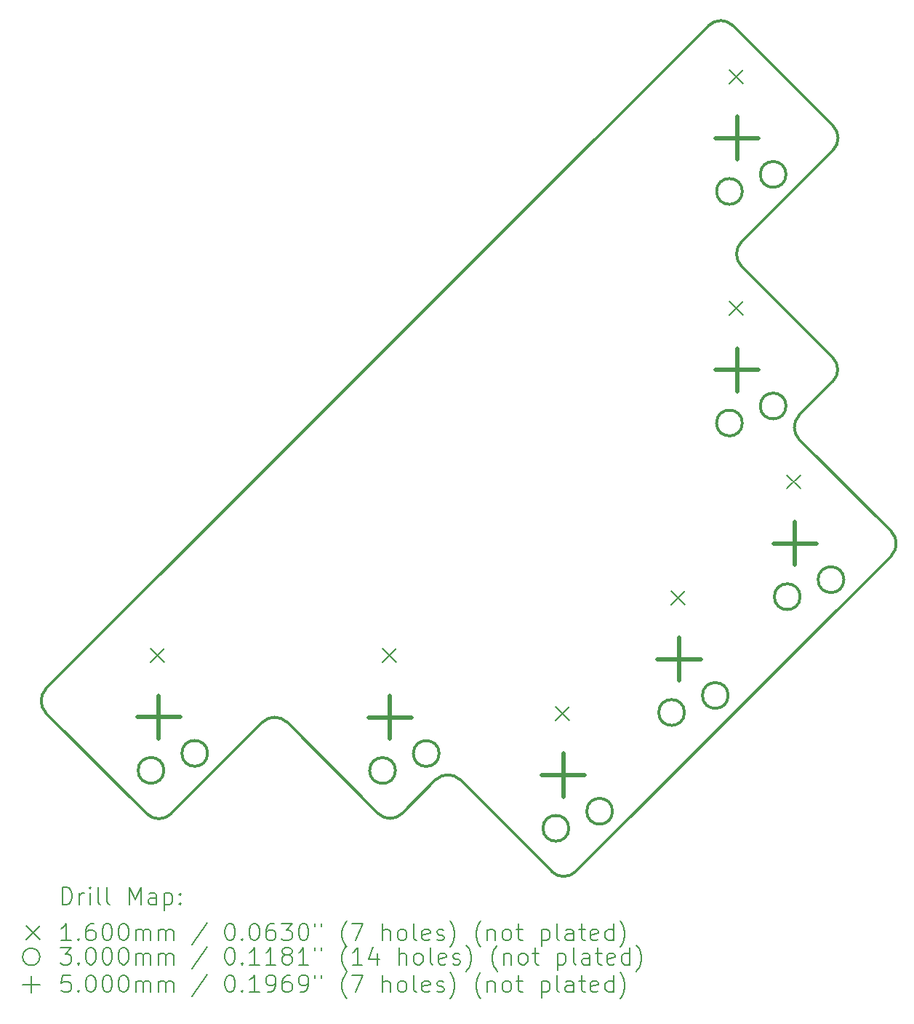
<source format=gbr>
%TF.GenerationSoftware,KiCad,Pcbnew,8.0.5*%
%TF.CreationDate,2024-09-18T07:32:04+09:00*%
%TF.ProjectId,SandyLP_Middle,53616e64-794c-4505-9f4d-6964646c652e,v.0*%
%TF.SameCoordinates,Original*%
%TF.FileFunction,Drillmap*%
%TF.FilePolarity,Positive*%
%FSLAX45Y45*%
G04 Gerber Fmt 4.5, Leading zero omitted, Abs format (unit mm)*
G04 Created by KiCad (PCBNEW 8.0.5) date 2024-09-18 07:32:04*
%MOMM*%
%LPD*%
G01*
G04 APERTURE LIST*
%ADD10C,0.300000*%
%ADD11C,0.200000*%
%ADD12C,0.160000*%
%ADD13C,0.500000*%
G04 APERTURE END LIST*
D10*
X11836527Y-9889275D02*
X10664056Y-8716804D01*
X12119370Y-9889275D02*
X13184273Y-8824373D01*
X14527776Y-9885033D02*
X13467116Y-8824373D01*
X14810618Y-9885033D02*
X15201295Y-9494356D01*
X16550101Y-10560320D02*
X15484138Y-9494356D01*
X16832944Y-10560320D02*
X20504298Y-6888370D01*
X20504298Y-6605527D02*
X19434334Y-5535563D01*
X19434334Y-5252721D02*
X19822536Y-4863105D01*
X19822536Y-4580262D02*
X18761335Y-3519062D01*
X18761335Y-3236219D02*
X19826945Y-2169195D01*
X18377884Y-720133D02*
X10664056Y-8433961D01*
X19826945Y-1886352D02*
X18660727Y-720133D01*
X10664056Y-8716804D02*
G75*
G02*
X10664056Y-8433961I141421J141421D01*
G01*
X12119370Y-9889275D02*
G75*
G02*
X11836527Y-9889276I-141421J141421D01*
G01*
X13184273Y-8824373D02*
G75*
G02*
X13467115Y-8824373I141421J-141421D01*
G01*
X14810618Y-9885033D02*
G75*
G02*
X14527776Y-9885033I-141421J141421D01*
G01*
X15201295Y-9494356D02*
G75*
G02*
X15484138Y-9494356I141421J-141421D01*
G01*
X16832944Y-10560320D02*
G75*
G02*
X16550101Y-10560320I-141421J141421D01*
G01*
X19434334Y-5535563D02*
G75*
G02*
X19434336Y-5252723I141409J141420D01*
G01*
X20504298Y-6605527D02*
G75*
G02*
X20504298Y-6888370I-141423J-141422D01*
G01*
X18761335Y-3519062D02*
G75*
G02*
X18761335Y-3236219I141421J141422D01*
G01*
X19822536Y-4580262D02*
G75*
G02*
X19822538Y-4863107I-141434J-141423D01*
G01*
X18377884Y-720133D02*
G75*
G02*
X18660726Y-720134I141421J-141421D01*
G01*
X19826945Y-1886352D02*
G75*
G02*
X19826945Y-2169195I-141419J-141421D01*
G01*
D11*
D12*
X11882749Y-7968326D02*
X12042749Y-8128326D01*
X12042749Y-7968326D02*
X11882749Y-8128326D01*
X14578596Y-7970096D02*
X14738596Y-8130096D01*
X14738596Y-7970096D02*
X14578596Y-8130096D01*
X16597383Y-8641845D02*
X16757383Y-8801845D01*
X16757383Y-8641845D02*
X16597383Y-8801845D01*
X17944422Y-7294806D02*
X18104422Y-7454806D01*
X18104422Y-7294806D02*
X17944422Y-7454806D01*
X18617941Y-1233134D02*
X18777941Y-1393134D01*
X18777941Y-1233134D02*
X18617941Y-1393134D01*
X18617941Y-3927210D02*
X18777941Y-4087210D01*
X18777941Y-3927210D02*
X18617941Y-4087210D01*
X19291460Y-5947768D02*
X19451460Y-6107768D01*
X19451460Y-5947768D02*
X19291460Y-6107768D01*
D10*
X12034967Y-9384758D02*
G75*
G02*
X11734967Y-9384758I-150000J0D01*
G01*
X11734967Y-9384758D02*
G75*
G02*
X12034967Y-9384758I150000J0D01*
G01*
X12544084Y-9186768D02*
G75*
G02*
X12244084Y-9186768I-150000J0D01*
G01*
X12244084Y-9186768D02*
G75*
G02*
X12544084Y-9186768I150000J0D01*
G01*
X14730814Y-9386528D02*
G75*
G02*
X14430814Y-9386528I-150000J0D01*
G01*
X14430814Y-9386528D02*
G75*
G02*
X14730814Y-9386528I150000J0D01*
G01*
X15239931Y-9188538D02*
G75*
G02*
X14939931Y-9188538I-150000J0D01*
G01*
X14939931Y-9188538D02*
G75*
G02*
X15239931Y-9188538I150000J0D01*
G01*
X16749601Y-10058277D02*
G75*
G02*
X16449601Y-10058277I-150000J0D01*
G01*
X16449601Y-10058277D02*
G75*
G02*
X16749601Y-10058277I150000J0D01*
G01*
X17258718Y-9860287D02*
G75*
G02*
X16958718Y-9860287I-150000J0D01*
G01*
X16958718Y-9860287D02*
G75*
G02*
X17258718Y-9860287I150000J0D01*
G01*
X18096640Y-8711238D02*
G75*
G02*
X17796640Y-8711238I-150000J0D01*
G01*
X17796640Y-8711238D02*
G75*
G02*
X18096640Y-8711238I150000J0D01*
G01*
X18605757Y-8513248D02*
G75*
G02*
X18305757Y-8513248I-150000J0D01*
G01*
X18305757Y-8513248D02*
G75*
G02*
X18605757Y-8513248I150000J0D01*
G01*
X18770159Y-2649565D02*
G75*
G02*
X18470159Y-2649565I-150000J0D01*
G01*
X18470159Y-2649565D02*
G75*
G02*
X18770159Y-2649565I150000J0D01*
G01*
X18770159Y-5343642D02*
G75*
G02*
X18470159Y-5343642I-150000J0D01*
G01*
X18470159Y-5343642D02*
G75*
G02*
X18770159Y-5343642I150000J0D01*
G01*
X19279276Y-2451576D02*
G75*
G02*
X18979276Y-2451576I-150000J0D01*
G01*
X18979276Y-2451576D02*
G75*
G02*
X19279276Y-2451576I150000J0D01*
G01*
X19279276Y-5145652D02*
G75*
G02*
X18979276Y-5145652I-150000J0D01*
G01*
X18979276Y-5145652D02*
G75*
G02*
X19279276Y-5145652I150000J0D01*
G01*
X19443678Y-7364200D02*
G75*
G02*
X19143678Y-7364200I-150000J0D01*
G01*
X19143678Y-7364200D02*
G75*
G02*
X19443678Y-7364200I150000J0D01*
G01*
X19952795Y-7166210D02*
G75*
G02*
X19652795Y-7166210I-150000J0D01*
G01*
X19652795Y-7166210D02*
G75*
G02*
X19952795Y-7166210I150000J0D01*
G01*
D13*
X11973355Y-8516039D02*
X11973355Y-9016039D01*
X11723355Y-8766039D02*
X12223355Y-8766039D01*
X14669203Y-8517810D02*
X14669203Y-9017810D01*
X14419203Y-8767810D02*
X14919203Y-8767810D01*
X16687990Y-9189558D02*
X16687990Y-9689558D01*
X16437990Y-9439558D02*
X16937990Y-9439558D01*
X18035028Y-7842520D02*
X18035028Y-8342520D01*
X17785028Y-8092520D02*
X18285028Y-8092520D01*
X18708547Y-1780847D02*
X18708547Y-2280847D01*
X18458547Y-2030847D02*
X18958547Y-2030847D01*
X18708547Y-4474924D02*
X18708547Y-4974924D01*
X18458547Y-4724924D02*
X18958547Y-4724924D01*
X19382067Y-6495481D02*
X19382067Y-6995481D01*
X19132067Y-6745481D02*
X19632067Y-6745481D01*
D11*
X10851254Y-10945382D02*
X10851254Y-10745382D01*
X10851254Y-10745382D02*
X10898873Y-10745382D01*
X10898873Y-10745382D02*
X10927445Y-10754906D01*
X10927445Y-10754906D02*
X10946492Y-10773954D01*
X10946492Y-10773954D02*
X10956016Y-10793001D01*
X10956016Y-10793001D02*
X10965540Y-10831097D01*
X10965540Y-10831097D02*
X10965540Y-10859668D01*
X10965540Y-10859668D02*
X10956016Y-10897763D01*
X10956016Y-10897763D02*
X10946492Y-10916811D01*
X10946492Y-10916811D02*
X10927445Y-10935859D01*
X10927445Y-10935859D02*
X10898873Y-10945382D01*
X10898873Y-10945382D02*
X10851254Y-10945382D01*
X11051254Y-10945382D02*
X11051254Y-10812049D01*
X11051254Y-10850144D02*
X11060778Y-10831097D01*
X11060778Y-10831097D02*
X11070302Y-10821573D01*
X11070302Y-10821573D02*
X11089349Y-10812049D01*
X11089349Y-10812049D02*
X11108397Y-10812049D01*
X11175064Y-10945382D02*
X11175064Y-10812049D01*
X11175064Y-10745382D02*
X11165540Y-10754906D01*
X11165540Y-10754906D02*
X11175064Y-10764430D01*
X11175064Y-10764430D02*
X11184587Y-10754906D01*
X11184587Y-10754906D02*
X11175064Y-10745382D01*
X11175064Y-10745382D02*
X11175064Y-10764430D01*
X11298873Y-10945382D02*
X11279825Y-10935859D01*
X11279825Y-10935859D02*
X11270302Y-10916811D01*
X11270302Y-10916811D02*
X11270302Y-10745382D01*
X11403635Y-10945382D02*
X11384587Y-10935859D01*
X11384587Y-10935859D02*
X11375063Y-10916811D01*
X11375063Y-10916811D02*
X11375063Y-10745382D01*
X11632206Y-10945382D02*
X11632206Y-10745382D01*
X11632206Y-10745382D02*
X11698873Y-10888239D01*
X11698873Y-10888239D02*
X11765540Y-10745382D01*
X11765540Y-10745382D02*
X11765540Y-10945382D01*
X11946492Y-10945382D02*
X11946492Y-10840620D01*
X11946492Y-10840620D02*
X11936968Y-10821573D01*
X11936968Y-10821573D02*
X11917921Y-10812049D01*
X11917921Y-10812049D02*
X11879825Y-10812049D01*
X11879825Y-10812049D02*
X11860778Y-10821573D01*
X11946492Y-10935859D02*
X11927444Y-10945382D01*
X11927444Y-10945382D02*
X11879825Y-10945382D01*
X11879825Y-10945382D02*
X11860778Y-10935859D01*
X11860778Y-10935859D02*
X11851254Y-10916811D01*
X11851254Y-10916811D02*
X11851254Y-10897763D01*
X11851254Y-10897763D02*
X11860778Y-10878716D01*
X11860778Y-10878716D02*
X11879825Y-10869192D01*
X11879825Y-10869192D02*
X11927444Y-10869192D01*
X11927444Y-10869192D02*
X11946492Y-10859668D01*
X12041730Y-10812049D02*
X12041730Y-11012049D01*
X12041730Y-10821573D02*
X12060778Y-10812049D01*
X12060778Y-10812049D02*
X12098873Y-10812049D01*
X12098873Y-10812049D02*
X12117921Y-10821573D01*
X12117921Y-10821573D02*
X12127444Y-10831097D01*
X12127444Y-10831097D02*
X12136968Y-10850144D01*
X12136968Y-10850144D02*
X12136968Y-10907287D01*
X12136968Y-10907287D02*
X12127444Y-10926335D01*
X12127444Y-10926335D02*
X12117921Y-10935859D01*
X12117921Y-10935859D02*
X12098873Y-10945382D01*
X12098873Y-10945382D02*
X12060778Y-10945382D01*
X12060778Y-10945382D02*
X12041730Y-10935859D01*
X12222683Y-10926335D02*
X12232206Y-10935859D01*
X12232206Y-10935859D02*
X12222683Y-10945382D01*
X12222683Y-10945382D02*
X12213159Y-10935859D01*
X12213159Y-10935859D02*
X12222683Y-10926335D01*
X12222683Y-10926335D02*
X12222683Y-10945382D01*
X12222683Y-10821573D02*
X12232206Y-10831097D01*
X12232206Y-10831097D02*
X12222683Y-10840620D01*
X12222683Y-10840620D02*
X12213159Y-10831097D01*
X12213159Y-10831097D02*
X12222683Y-10821573D01*
X12222683Y-10821573D02*
X12222683Y-10840620D01*
D12*
X10430477Y-11193898D02*
X10590477Y-11353898D01*
X10590477Y-11193898D02*
X10430477Y-11353898D01*
D11*
X10956016Y-11365382D02*
X10841730Y-11365382D01*
X10898873Y-11365382D02*
X10898873Y-11165382D01*
X10898873Y-11165382D02*
X10879825Y-11193954D01*
X10879825Y-11193954D02*
X10860778Y-11213001D01*
X10860778Y-11213001D02*
X10841730Y-11222525D01*
X11041730Y-11346335D02*
X11051254Y-11355858D01*
X11051254Y-11355858D02*
X11041730Y-11365382D01*
X11041730Y-11365382D02*
X11032206Y-11355858D01*
X11032206Y-11355858D02*
X11041730Y-11346335D01*
X11041730Y-11346335D02*
X11041730Y-11365382D01*
X11222683Y-11165382D02*
X11184587Y-11165382D01*
X11184587Y-11165382D02*
X11165540Y-11174906D01*
X11165540Y-11174906D02*
X11156016Y-11184430D01*
X11156016Y-11184430D02*
X11136968Y-11213001D01*
X11136968Y-11213001D02*
X11127445Y-11251096D01*
X11127445Y-11251096D02*
X11127445Y-11327287D01*
X11127445Y-11327287D02*
X11136968Y-11346335D01*
X11136968Y-11346335D02*
X11146492Y-11355858D01*
X11146492Y-11355858D02*
X11165540Y-11365382D01*
X11165540Y-11365382D02*
X11203635Y-11365382D01*
X11203635Y-11365382D02*
X11222683Y-11355858D01*
X11222683Y-11355858D02*
X11232206Y-11346335D01*
X11232206Y-11346335D02*
X11241730Y-11327287D01*
X11241730Y-11327287D02*
X11241730Y-11279668D01*
X11241730Y-11279668D02*
X11232206Y-11260620D01*
X11232206Y-11260620D02*
X11222683Y-11251096D01*
X11222683Y-11251096D02*
X11203635Y-11241573D01*
X11203635Y-11241573D02*
X11165540Y-11241573D01*
X11165540Y-11241573D02*
X11146492Y-11251096D01*
X11146492Y-11251096D02*
X11136968Y-11260620D01*
X11136968Y-11260620D02*
X11127445Y-11279668D01*
X11365540Y-11165382D02*
X11384587Y-11165382D01*
X11384587Y-11165382D02*
X11403635Y-11174906D01*
X11403635Y-11174906D02*
X11413159Y-11184430D01*
X11413159Y-11184430D02*
X11422683Y-11203477D01*
X11422683Y-11203477D02*
X11432206Y-11241573D01*
X11432206Y-11241573D02*
X11432206Y-11289192D01*
X11432206Y-11289192D02*
X11422683Y-11327287D01*
X11422683Y-11327287D02*
X11413159Y-11346335D01*
X11413159Y-11346335D02*
X11403635Y-11355858D01*
X11403635Y-11355858D02*
X11384587Y-11365382D01*
X11384587Y-11365382D02*
X11365540Y-11365382D01*
X11365540Y-11365382D02*
X11346492Y-11355858D01*
X11346492Y-11355858D02*
X11336968Y-11346335D01*
X11336968Y-11346335D02*
X11327444Y-11327287D01*
X11327444Y-11327287D02*
X11317921Y-11289192D01*
X11317921Y-11289192D02*
X11317921Y-11241573D01*
X11317921Y-11241573D02*
X11327444Y-11203477D01*
X11327444Y-11203477D02*
X11336968Y-11184430D01*
X11336968Y-11184430D02*
X11346492Y-11174906D01*
X11346492Y-11174906D02*
X11365540Y-11165382D01*
X11556016Y-11165382D02*
X11575064Y-11165382D01*
X11575064Y-11165382D02*
X11594111Y-11174906D01*
X11594111Y-11174906D02*
X11603635Y-11184430D01*
X11603635Y-11184430D02*
X11613159Y-11203477D01*
X11613159Y-11203477D02*
X11622683Y-11241573D01*
X11622683Y-11241573D02*
X11622683Y-11289192D01*
X11622683Y-11289192D02*
X11613159Y-11327287D01*
X11613159Y-11327287D02*
X11603635Y-11346335D01*
X11603635Y-11346335D02*
X11594111Y-11355858D01*
X11594111Y-11355858D02*
X11575064Y-11365382D01*
X11575064Y-11365382D02*
X11556016Y-11365382D01*
X11556016Y-11365382D02*
X11536968Y-11355858D01*
X11536968Y-11355858D02*
X11527444Y-11346335D01*
X11527444Y-11346335D02*
X11517921Y-11327287D01*
X11517921Y-11327287D02*
X11508397Y-11289192D01*
X11508397Y-11289192D02*
X11508397Y-11241573D01*
X11508397Y-11241573D02*
X11517921Y-11203477D01*
X11517921Y-11203477D02*
X11527444Y-11184430D01*
X11527444Y-11184430D02*
X11536968Y-11174906D01*
X11536968Y-11174906D02*
X11556016Y-11165382D01*
X11708397Y-11365382D02*
X11708397Y-11232049D01*
X11708397Y-11251096D02*
X11717921Y-11241573D01*
X11717921Y-11241573D02*
X11736968Y-11232049D01*
X11736968Y-11232049D02*
X11765540Y-11232049D01*
X11765540Y-11232049D02*
X11784587Y-11241573D01*
X11784587Y-11241573D02*
X11794111Y-11260620D01*
X11794111Y-11260620D02*
X11794111Y-11365382D01*
X11794111Y-11260620D02*
X11803635Y-11241573D01*
X11803635Y-11241573D02*
X11822683Y-11232049D01*
X11822683Y-11232049D02*
X11851254Y-11232049D01*
X11851254Y-11232049D02*
X11870302Y-11241573D01*
X11870302Y-11241573D02*
X11879825Y-11260620D01*
X11879825Y-11260620D02*
X11879825Y-11365382D01*
X11975064Y-11365382D02*
X11975064Y-11232049D01*
X11975064Y-11251096D02*
X11984587Y-11241573D01*
X11984587Y-11241573D02*
X12003635Y-11232049D01*
X12003635Y-11232049D02*
X12032206Y-11232049D01*
X12032206Y-11232049D02*
X12051254Y-11241573D01*
X12051254Y-11241573D02*
X12060778Y-11260620D01*
X12060778Y-11260620D02*
X12060778Y-11365382D01*
X12060778Y-11260620D02*
X12070302Y-11241573D01*
X12070302Y-11241573D02*
X12089349Y-11232049D01*
X12089349Y-11232049D02*
X12117921Y-11232049D01*
X12117921Y-11232049D02*
X12136968Y-11241573D01*
X12136968Y-11241573D02*
X12146492Y-11260620D01*
X12146492Y-11260620D02*
X12146492Y-11365382D01*
X12536968Y-11155859D02*
X12365540Y-11413001D01*
X12794111Y-11165382D02*
X12813159Y-11165382D01*
X12813159Y-11165382D02*
X12832207Y-11174906D01*
X12832207Y-11174906D02*
X12841730Y-11184430D01*
X12841730Y-11184430D02*
X12851254Y-11203477D01*
X12851254Y-11203477D02*
X12860778Y-11241573D01*
X12860778Y-11241573D02*
X12860778Y-11289192D01*
X12860778Y-11289192D02*
X12851254Y-11327287D01*
X12851254Y-11327287D02*
X12841730Y-11346335D01*
X12841730Y-11346335D02*
X12832207Y-11355858D01*
X12832207Y-11355858D02*
X12813159Y-11365382D01*
X12813159Y-11365382D02*
X12794111Y-11365382D01*
X12794111Y-11365382D02*
X12775064Y-11355858D01*
X12775064Y-11355858D02*
X12765540Y-11346335D01*
X12765540Y-11346335D02*
X12756016Y-11327287D01*
X12756016Y-11327287D02*
X12746492Y-11289192D01*
X12746492Y-11289192D02*
X12746492Y-11241573D01*
X12746492Y-11241573D02*
X12756016Y-11203477D01*
X12756016Y-11203477D02*
X12765540Y-11184430D01*
X12765540Y-11184430D02*
X12775064Y-11174906D01*
X12775064Y-11174906D02*
X12794111Y-11165382D01*
X12946492Y-11346335D02*
X12956016Y-11355858D01*
X12956016Y-11355858D02*
X12946492Y-11365382D01*
X12946492Y-11365382D02*
X12936968Y-11355858D01*
X12936968Y-11355858D02*
X12946492Y-11346335D01*
X12946492Y-11346335D02*
X12946492Y-11365382D01*
X13079826Y-11165382D02*
X13098873Y-11165382D01*
X13098873Y-11165382D02*
X13117921Y-11174906D01*
X13117921Y-11174906D02*
X13127445Y-11184430D01*
X13127445Y-11184430D02*
X13136968Y-11203477D01*
X13136968Y-11203477D02*
X13146492Y-11241573D01*
X13146492Y-11241573D02*
X13146492Y-11289192D01*
X13146492Y-11289192D02*
X13136968Y-11327287D01*
X13136968Y-11327287D02*
X13127445Y-11346335D01*
X13127445Y-11346335D02*
X13117921Y-11355858D01*
X13117921Y-11355858D02*
X13098873Y-11365382D01*
X13098873Y-11365382D02*
X13079826Y-11365382D01*
X13079826Y-11365382D02*
X13060778Y-11355858D01*
X13060778Y-11355858D02*
X13051254Y-11346335D01*
X13051254Y-11346335D02*
X13041730Y-11327287D01*
X13041730Y-11327287D02*
X13032207Y-11289192D01*
X13032207Y-11289192D02*
X13032207Y-11241573D01*
X13032207Y-11241573D02*
X13041730Y-11203477D01*
X13041730Y-11203477D02*
X13051254Y-11184430D01*
X13051254Y-11184430D02*
X13060778Y-11174906D01*
X13060778Y-11174906D02*
X13079826Y-11165382D01*
X13317921Y-11165382D02*
X13279826Y-11165382D01*
X13279826Y-11165382D02*
X13260778Y-11174906D01*
X13260778Y-11174906D02*
X13251254Y-11184430D01*
X13251254Y-11184430D02*
X13232207Y-11213001D01*
X13232207Y-11213001D02*
X13222683Y-11251096D01*
X13222683Y-11251096D02*
X13222683Y-11327287D01*
X13222683Y-11327287D02*
X13232207Y-11346335D01*
X13232207Y-11346335D02*
X13241730Y-11355858D01*
X13241730Y-11355858D02*
X13260778Y-11365382D01*
X13260778Y-11365382D02*
X13298873Y-11365382D01*
X13298873Y-11365382D02*
X13317921Y-11355858D01*
X13317921Y-11355858D02*
X13327445Y-11346335D01*
X13327445Y-11346335D02*
X13336968Y-11327287D01*
X13336968Y-11327287D02*
X13336968Y-11279668D01*
X13336968Y-11279668D02*
X13327445Y-11260620D01*
X13327445Y-11260620D02*
X13317921Y-11251096D01*
X13317921Y-11251096D02*
X13298873Y-11241573D01*
X13298873Y-11241573D02*
X13260778Y-11241573D01*
X13260778Y-11241573D02*
X13241730Y-11251096D01*
X13241730Y-11251096D02*
X13232207Y-11260620D01*
X13232207Y-11260620D02*
X13222683Y-11279668D01*
X13403635Y-11165382D02*
X13527445Y-11165382D01*
X13527445Y-11165382D02*
X13460778Y-11241573D01*
X13460778Y-11241573D02*
X13489349Y-11241573D01*
X13489349Y-11241573D02*
X13508397Y-11251096D01*
X13508397Y-11251096D02*
X13517921Y-11260620D01*
X13517921Y-11260620D02*
X13527445Y-11279668D01*
X13527445Y-11279668D02*
X13527445Y-11327287D01*
X13527445Y-11327287D02*
X13517921Y-11346335D01*
X13517921Y-11346335D02*
X13508397Y-11355858D01*
X13508397Y-11355858D02*
X13489349Y-11365382D01*
X13489349Y-11365382D02*
X13432207Y-11365382D01*
X13432207Y-11365382D02*
X13413159Y-11355858D01*
X13413159Y-11355858D02*
X13403635Y-11346335D01*
X13651254Y-11165382D02*
X13670302Y-11165382D01*
X13670302Y-11165382D02*
X13689349Y-11174906D01*
X13689349Y-11174906D02*
X13698873Y-11184430D01*
X13698873Y-11184430D02*
X13708397Y-11203477D01*
X13708397Y-11203477D02*
X13717921Y-11241573D01*
X13717921Y-11241573D02*
X13717921Y-11289192D01*
X13717921Y-11289192D02*
X13708397Y-11327287D01*
X13708397Y-11327287D02*
X13698873Y-11346335D01*
X13698873Y-11346335D02*
X13689349Y-11355858D01*
X13689349Y-11355858D02*
X13670302Y-11365382D01*
X13670302Y-11365382D02*
X13651254Y-11365382D01*
X13651254Y-11365382D02*
X13632207Y-11355858D01*
X13632207Y-11355858D02*
X13622683Y-11346335D01*
X13622683Y-11346335D02*
X13613159Y-11327287D01*
X13613159Y-11327287D02*
X13603635Y-11289192D01*
X13603635Y-11289192D02*
X13603635Y-11241573D01*
X13603635Y-11241573D02*
X13613159Y-11203477D01*
X13613159Y-11203477D02*
X13622683Y-11184430D01*
X13622683Y-11184430D02*
X13632207Y-11174906D01*
X13632207Y-11174906D02*
X13651254Y-11165382D01*
X13794111Y-11165382D02*
X13794111Y-11203477D01*
X13870302Y-11165382D02*
X13870302Y-11203477D01*
X14165540Y-11441573D02*
X14156016Y-11432049D01*
X14156016Y-11432049D02*
X14136969Y-11403477D01*
X14136969Y-11403477D02*
X14127445Y-11384430D01*
X14127445Y-11384430D02*
X14117921Y-11355858D01*
X14117921Y-11355858D02*
X14108397Y-11308239D01*
X14108397Y-11308239D02*
X14108397Y-11270144D01*
X14108397Y-11270144D02*
X14117921Y-11222525D01*
X14117921Y-11222525D02*
X14127445Y-11193954D01*
X14127445Y-11193954D02*
X14136969Y-11174906D01*
X14136969Y-11174906D02*
X14156016Y-11146335D01*
X14156016Y-11146335D02*
X14165540Y-11136811D01*
X14222683Y-11165382D02*
X14356016Y-11165382D01*
X14356016Y-11165382D02*
X14270302Y-11365382D01*
X14584588Y-11365382D02*
X14584588Y-11165382D01*
X14670302Y-11365382D02*
X14670302Y-11260620D01*
X14670302Y-11260620D02*
X14660778Y-11241573D01*
X14660778Y-11241573D02*
X14641731Y-11232049D01*
X14641731Y-11232049D02*
X14613159Y-11232049D01*
X14613159Y-11232049D02*
X14594111Y-11241573D01*
X14594111Y-11241573D02*
X14584588Y-11251096D01*
X14794111Y-11365382D02*
X14775064Y-11355858D01*
X14775064Y-11355858D02*
X14765540Y-11346335D01*
X14765540Y-11346335D02*
X14756016Y-11327287D01*
X14756016Y-11327287D02*
X14756016Y-11270144D01*
X14756016Y-11270144D02*
X14765540Y-11251096D01*
X14765540Y-11251096D02*
X14775064Y-11241573D01*
X14775064Y-11241573D02*
X14794111Y-11232049D01*
X14794111Y-11232049D02*
X14822683Y-11232049D01*
X14822683Y-11232049D02*
X14841731Y-11241573D01*
X14841731Y-11241573D02*
X14851254Y-11251096D01*
X14851254Y-11251096D02*
X14860778Y-11270144D01*
X14860778Y-11270144D02*
X14860778Y-11327287D01*
X14860778Y-11327287D02*
X14851254Y-11346335D01*
X14851254Y-11346335D02*
X14841731Y-11355858D01*
X14841731Y-11355858D02*
X14822683Y-11365382D01*
X14822683Y-11365382D02*
X14794111Y-11365382D01*
X14975064Y-11365382D02*
X14956016Y-11355858D01*
X14956016Y-11355858D02*
X14946492Y-11336811D01*
X14946492Y-11336811D02*
X14946492Y-11165382D01*
X15127445Y-11355858D02*
X15108397Y-11365382D01*
X15108397Y-11365382D02*
X15070302Y-11365382D01*
X15070302Y-11365382D02*
X15051254Y-11355858D01*
X15051254Y-11355858D02*
X15041731Y-11336811D01*
X15041731Y-11336811D02*
X15041731Y-11260620D01*
X15041731Y-11260620D02*
X15051254Y-11241573D01*
X15051254Y-11241573D02*
X15070302Y-11232049D01*
X15070302Y-11232049D02*
X15108397Y-11232049D01*
X15108397Y-11232049D02*
X15127445Y-11241573D01*
X15127445Y-11241573D02*
X15136969Y-11260620D01*
X15136969Y-11260620D02*
X15136969Y-11279668D01*
X15136969Y-11279668D02*
X15041731Y-11298716D01*
X15213159Y-11355858D02*
X15232207Y-11365382D01*
X15232207Y-11365382D02*
X15270302Y-11365382D01*
X15270302Y-11365382D02*
X15289350Y-11355858D01*
X15289350Y-11355858D02*
X15298873Y-11336811D01*
X15298873Y-11336811D02*
X15298873Y-11327287D01*
X15298873Y-11327287D02*
X15289350Y-11308239D01*
X15289350Y-11308239D02*
X15270302Y-11298716D01*
X15270302Y-11298716D02*
X15241731Y-11298716D01*
X15241731Y-11298716D02*
X15222683Y-11289192D01*
X15222683Y-11289192D02*
X15213159Y-11270144D01*
X15213159Y-11270144D02*
X15213159Y-11260620D01*
X15213159Y-11260620D02*
X15222683Y-11241573D01*
X15222683Y-11241573D02*
X15241731Y-11232049D01*
X15241731Y-11232049D02*
X15270302Y-11232049D01*
X15270302Y-11232049D02*
X15289350Y-11241573D01*
X15365540Y-11441573D02*
X15375064Y-11432049D01*
X15375064Y-11432049D02*
X15394112Y-11403477D01*
X15394112Y-11403477D02*
X15403635Y-11384430D01*
X15403635Y-11384430D02*
X15413159Y-11355858D01*
X15413159Y-11355858D02*
X15422683Y-11308239D01*
X15422683Y-11308239D02*
X15422683Y-11270144D01*
X15422683Y-11270144D02*
X15413159Y-11222525D01*
X15413159Y-11222525D02*
X15403635Y-11193954D01*
X15403635Y-11193954D02*
X15394112Y-11174906D01*
X15394112Y-11174906D02*
X15375064Y-11146335D01*
X15375064Y-11146335D02*
X15365540Y-11136811D01*
X15727445Y-11441573D02*
X15717921Y-11432049D01*
X15717921Y-11432049D02*
X15698873Y-11403477D01*
X15698873Y-11403477D02*
X15689350Y-11384430D01*
X15689350Y-11384430D02*
X15679826Y-11355858D01*
X15679826Y-11355858D02*
X15670302Y-11308239D01*
X15670302Y-11308239D02*
X15670302Y-11270144D01*
X15670302Y-11270144D02*
X15679826Y-11222525D01*
X15679826Y-11222525D02*
X15689350Y-11193954D01*
X15689350Y-11193954D02*
X15698873Y-11174906D01*
X15698873Y-11174906D02*
X15717921Y-11146335D01*
X15717921Y-11146335D02*
X15727445Y-11136811D01*
X15803635Y-11232049D02*
X15803635Y-11365382D01*
X15803635Y-11251096D02*
X15813159Y-11241573D01*
X15813159Y-11241573D02*
X15832207Y-11232049D01*
X15832207Y-11232049D02*
X15860778Y-11232049D01*
X15860778Y-11232049D02*
X15879826Y-11241573D01*
X15879826Y-11241573D02*
X15889350Y-11260620D01*
X15889350Y-11260620D02*
X15889350Y-11365382D01*
X16013159Y-11365382D02*
X15994112Y-11355858D01*
X15994112Y-11355858D02*
X15984588Y-11346335D01*
X15984588Y-11346335D02*
X15975064Y-11327287D01*
X15975064Y-11327287D02*
X15975064Y-11270144D01*
X15975064Y-11270144D02*
X15984588Y-11251096D01*
X15984588Y-11251096D02*
X15994112Y-11241573D01*
X15994112Y-11241573D02*
X16013159Y-11232049D01*
X16013159Y-11232049D02*
X16041731Y-11232049D01*
X16041731Y-11232049D02*
X16060778Y-11241573D01*
X16060778Y-11241573D02*
X16070302Y-11251096D01*
X16070302Y-11251096D02*
X16079826Y-11270144D01*
X16079826Y-11270144D02*
X16079826Y-11327287D01*
X16079826Y-11327287D02*
X16070302Y-11346335D01*
X16070302Y-11346335D02*
X16060778Y-11355858D01*
X16060778Y-11355858D02*
X16041731Y-11365382D01*
X16041731Y-11365382D02*
X16013159Y-11365382D01*
X16136969Y-11232049D02*
X16213159Y-11232049D01*
X16165540Y-11165382D02*
X16165540Y-11336811D01*
X16165540Y-11336811D02*
X16175064Y-11355858D01*
X16175064Y-11355858D02*
X16194112Y-11365382D01*
X16194112Y-11365382D02*
X16213159Y-11365382D01*
X16432207Y-11232049D02*
X16432207Y-11432049D01*
X16432207Y-11241573D02*
X16451254Y-11232049D01*
X16451254Y-11232049D02*
X16489350Y-11232049D01*
X16489350Y-11232049D02*
X16508397Y-11241573D01*
X16508397Y-11241573D02*
X16517921Y-11251096D01*
X16517921Y-11251096D02*
X16527445Y-11270144D01*
X16527445Y-11270144D02*
X16527445Y-11327287D01*
X16527445Y-11327287D02*
X16517921Y-11346335D01*
X16517921Y-11346335D02*
X16508397Y-11355858D01*
X16508397Y-11355858D02*
X16489350Y-11365382D01*
X16489350Y-11365382D02*
X16451254Y-11365382D01*
X16451254Y-11365382D02*
X16432207Y-11355858D01*
X16641731Y-11365382D02*
X16622683Y-11355858D01*
X16622683Y-11355858D02*
X16613159Y-11336811D01*
X16613159Y-11336811D02*
X16613159Y-11165382D01*
X16803636Y-11365382D02*
X16803636Y-11260620D01*
X16803636Y-11260620D02*
X16794112Y-11241573D01*
X16794112Y-11241573D02*
X16775064Y-11232049D01*
X16775064Y-11232049D02*
X16736969Y-11232049D01*
X16736969Y-11232049D02*
X16717921Y-11241573D01*
X16803636Y-11355858D02*
X16784588Y-11365382D01*
X16784588Y-11365382D02*
X16736969Y-11365382D01*
X16736969Y-11365382D02*
X16717921Y-11355858D01*
X16717921Y-11355858D02*
X16708397Y-11336811D01*
X16708397Y-11336811D02*
X16708397Y-11317763D01*
X16708397Y-11317763D02*
X16717921Y-11298716D01*
X16717921Y-11298716D02*
X16736969Y-11289192D01*
X16736969Y-11289192D02*
X16784588Y-11289192D01*
X16784588Y-11289192D02*
X16803636Y-11279668D01*
X16870302Y-11232049D02*
X16946493Y-11232049D01*
X16898874Y-11165382D02*
X16898874Y-11336811D01*
X16898874Y-11336811D02*
X16908397Y-11355858D01*
X16908397Y-11355858D02*
X16927445Y-11365382D01*
X16927445Y-11365382D02*
X16946493Y-11365382D01*
X17089350Y-11355858D02*
X17070302Y-11365382D01*
X17070302Y-11365382D02*
X17032207Y-11365382D01*
X17032207Y-11365382D02*
X17013159Y-11355858D01*
X17013159Y-11355858D02*
X17003636Y-11336811D01*
X17003636Y-11336811D02*
X17003636Y-11260620D01*
X17003636Y-11260620D02*
X17013159Y-11241573D01*
X17013159Y-11241573D02*
X17032207Y-11232049D01*
X17032207Y-11232049D02*
X17070302Y-11232049D01*
X17070302Y-11232049D02*
X17089350Y-11241573D01*
X17089350Y-11241573D02*
X17098874Y-11260620D01*
X17098874Y-11260620D02*
X17098874Y-11279668D01*
X17098874Y-11279668D02*
X17003636Y-11298716D01*
X17270302Y-11365382D02*
X17270302Y-11165382D01*
X17270302Y-11355858D02*
X17251255Y-11365382D01*
X17251255Y-11365382D02*
X17213159Y-11365382D01*
X17213159Y-11365382D02*
X17194112Y-11355858D01*
X17194112Y-11355858D02*
X17184588Y-11346335D01*
X17184588Y-11346335D02*
X17175064Y-11327287D01*
X17175064Y-11327287D02*
X17175064Y-11270144D01*
X17175064Y-11270144D02*
X17184588Y-11251096D01*
X17184588Y-11251096D02*
X17194112Y-11241573D01*
X17194112Y-11241573D02*
X17213159Y-11232049D01*
X17213159Y-11232049D02*
X17251255Y-11232049D01*
X17251255Y-11232049D02*
X17270302Y-11241573D01*
X17346493Y-11441573D02*
X17356017Y-11432049D01*
X17356017Y-11432049D02*
X17375064Y-11403477D01*
X17375064Y-11403477D02*
X17384588Y-11384430D01*
X17384588Y-11384430D02*
X17394112Y-11355858D01*
X17394112Y-11355858D02*
X17403636Y-11308239D01*
X17403636Y-11308239D02*
X17403636Y-11270144D01*
X17403636Y-11270144D02*
X17394112Y-11222525D01*
X17394112Y-11222525D02*
X17384588Y-11193954D01*
X17384588Y-11193954D02*
X17375064Y-11174906D01*
X17375064Y-11174906D02*
X17356017Y-11146335D01*
X17356017Y-11146335D02*
X17346493Y-11136811D01*
X10590477Y-11553898D02*
G75*
G02*
X10390477Y-11553898I-100000J0D01*
G01*
X10390477Y-11553898D02*
G75*
G02*
X10590477Y-11553898I100000J0D01*
G01*
X10832206Y-11445382D02*
X10956016Y-11445382D01*
X10956016Y-11445382D02*
X10889349Y-11521573D01*
X10889349Y-11521573D02*
X10917921Y-11521573D01*
X10917921Y-11521573D02*
X10936968Y-11531096D01*
X10936968Y-11531096D02*
X10946492Y-11540620D01*
X10946492Y-11540620D02*
X10956016Y-11559668D01*
X10956016Y-11559668D02*
X10956016Y-11607287D01*
X10956016Y-11607287D02*
X10946492Y-11626335D01*
X10946492Y-11626335D02*
X10936968Y-11635858D01*
X10936968Y-11635858D02*
X10917921Y-11645382D01*
X10917921Y-11645382D02*
X10860778Y-11645382D01*
X10860778Y-11645382D02*
X10841730Y-11635858D01*
X10841730Y-11635858D02*
X10832206Y-11626335D01*
X11041730Y-11626335D02*
X11051254Y-11635858D01*
X11051254Y-11635858D02*
X11041730Y-11645382D01*
X11041730Y-11645382D02*
X11032206Y-11635858D01*
X11032206Y-11635858D02*
X11041730Y-11626335D01*
X11041730Y-11626335D02*
X11041730Y-11645382D01*
X11175064Y-11445382D02*
X11194111Y-11445382D01*
X11194111Y-11445382D02*
X11213159Y-11454906D01*
X11213159Y-11454906D02*
X11222683Y-11464430D01*
X11222683Y-11464430D02*
X11232206Y-11483477D01*
X11232206Y-11483477D02*
X11241730Y-11521573D01*
X11241730Y-11521573D02*
X11241730Y-11569192D01*
X11241730Y-11569192D02*
X11232206Y-11607287D01*
X11232206Y-11607287D02*
X11222683Y-11626335D01*
X11222683Y-11626335D02*
X11213159Y-11635858D01*
X11213159Y-11635858D02*
X11194111Y-11645382D01*
X11194111Y-11645382D02*
X11175064Y-11645382D01*
X11175064Y-11645382D02*
X11156016Y-11635858D01*
X11156016Y-11635858D02*
X11146492Y-11626335D01*
X11146492Y-11626335D02*
X11136968Y-11607287D01*
X11136968Y-11607287D02*
X11127445Y-11569192D01*
X11127445Y-11569192D02*
X11127445Y-11521573D01*
X11127445Y-11521573D02*
X11136968Y-11483477D01*
X11136968Y-11483477D02*
X11146492Y-11464430D01*
X11146492Y-11464430D02*
X11156016Y-11454906D01*
X11156016Y-11454906D02*
X11175064Y-11445382D01*
X11365540Y-11445382D02*
X11384587Y-11445382D01*
X11384587Y-11445382D02*
X11403635Y-11454906D01*
X11403635Y-11454906D02*
X11413159Y-11464430D01*
X11413159Y-11464430D02*
X11422683Y-11483477D01*
X11422683Y-11483477D02*
X11432206Y-11521573D01*
X11432206Y-11521573D02*
X11432206Y-11569192D01*
X11432206Y-11569192D02*
X11422683Y-11607287D01*
X11422683Y-11607287D02*
X11413159Y-11626335D01*
X11413159Y-11626335D02*
X11403635Y-11635858D01*
X11403635Y-11635858D02*
X11384587Y-11645382D01*
X11384587Y-11645382D02*
X11365540Y-11645382D01*
X11365540Y-11645382D02*
X11346492Y-11635858D01*
X11346492Y-11635858D02*
X11336968Y-11626335D01*
X11336968Y-11626335D02*
X11327444Y-11607287D01*
X11327444Y-11607287D02*
X11317921Y-11569192D01*
X11317921Y-11569192D02*
X11317921Y-11521573D01*
X11317921Y-11521573D02*
X11327444Y-11483477D01*
X11327444Y-11483477D02*
X11336968Y-11464430D01*
X11336968Y-11464430D02*
X11346492Y-11454906D01*
X11346492Y-11454906D02*
X11365540Y-11445382D01*
X11556016Y-11445382D02*
X11575064Y-11445382D01*
X11575064Y-11445382D02*
X11594111Y-11454906D01*
X11594111Y-11454906D02*
X11603635Y-11464430D01*
X11603635Y-11464430D02*
X11613159Y-11483477D01*
X11613159Y-11483477D02*
X11622683Y-11521573D01*
X11622683Y-11521573D02*
X11622683Y-11569192D01*
X11622683Y-11569192D02*
X11613159Y-11607287D01*
X11613159Y-11607287D02*
X11603635Y-11626335D01*
X11603635Y-11626335D02*
X11594111Y-11635858D01*
X11594111Y-11635858D02*
X11575064Y-11645382D01*
X11575064Y-11645382D02*
X11556016Y-11645382D01*
X11556016Y-11645382D02*
X11536968Y-11635858D01*
X11536968Y-11635858D02*
X11527444Y-11626335D01*
X11527444Y-11626335D02*
X11517921Y-11607287D01*
X11517921Y-11607287D02*
X11508397Y-11569192D01*
X11508397Y-11569192D02*
X11508397Y-11521573D01*
X11508397Y-11521573D02*
X11517921Y-11483477D01*
X11517921Y-11483477D02*
X11527444Y-11464430D01*
X11527444Y-11464430D02*
X11536968Y-11454906D01*
X11536968Y-11454906D02*
X11556016Y-11445382D01*
X11708397Y-11645382D02*
X11708397Y-11512049D01*
X11708397Y-11531096D02*
X11717921Y-11521573D01*
X11717921Y-11521573D02*
X11736968Y-11512049D01*
X11736968Y-11512049D02*
X11765540Y-11512049D01*
X11765540Y-11512049D02*
X11784587Y-11521573D01*
X11784587Y-11521573D02*
X11794111Y-11540620D01*
X11794111Y-11540620D02*
X11794111Y-11645382D01*
X11794111Y-11540620D02*
X11803635Y-11521573D01*
X11803635Y-11521573D02*
X11822683Y-11512049D01*
X11822683Y-11512049D02*
X11851254Y-11512049D01*
X11851254Y-11512049D02*
X11870302Y-11521573D01*
X11870302Y-11521573D02*
X11879825Y-11540620D01*
X11879825Y-11540620D02*
X11879825Y-11645382D01*
X11975064Y-11645382D02*
X11975064Y-11512049D01*
X11975064Y-11531096D02*
X11984587Y-11521573D01*
X11984587Y-11521573D02*
X12003635Y-11512049D01*
X12003635Y-11512049D02*
X12032206Y-11512049D01*
X12032206Y-11512049D02*
X12051254Y-11521573D01*
X12051254Y-11521573D02*
X12060778Y-11540620D01*
X12060778Y-11540620D02*
X12060778Y-11645382D01*
X12060778Y-11540620D02*
X12070302Y-11521573D01*
X12070302Y-11521573D02*
X12089349Y-11512049D01*
X12089349Y-11512049D02*
X12117921Y-11512049D01*
X12117921Y-11512049D02*
X12136968Y-11521573D01*
X12136968Y-11521573D02*
X12146492Y-11540620D01*
X12146492Y-11540620D02*
X12146492Y-11645382D01*
X12536968Y-11435858D02*
X12365540Y-11693001D01*
X12794111Y-11445382D02*
X12813159Y-11445382D01*
X12813159Y-11445382D02*
X12832207Y-11454906D01*
X12832207Y-11454906D02*
X12841730Y-11464430D01*
X12841730Y-11464430D02*
X12851254Y-11483477D01*
X12851254Y-11483477D02*
X12860778Y-11521573D01*
X12860778Y-11521573D02*
X12860778Y-11569192D01*
X12860778Y-11569192D02*
X12851254Y-11607287D01*
X12851254Y-11607287D02*
X12841730Y-11626335D01*
X12841730Y-11626335D02*
X12832207Y-11635858D01*
X12832207Y-11635858D02*
X12813159Y-11645382D01*
X12813159Y-11645382D02*
X12794111Y-11645382D01*
X12794111Y-11645382D02*
X12775064Y-11635858D01*
X12775064Y-11635858D02*
X12765540Y-11626335D01*
X12765540Y-11626335D02*
X12756016Y-11607287D01*
X12756016Y-11607287D02*
X12746492Y-11569192D01*
X12746492Y-11569192D02*
X12746492Y-11521573D01*
X12746492Y-11521573D02*
X12756016Y-11483477D01*
X12756016Y-11483477D02*
X12765540Y-11464430D01*
X12765540Y-11464430D02*
X12775064Y-11454906D01*
X12775064Y-11454906D02*
X12794111Y-11445382D01*
X12946492Y-11626335D02*
X12956016Y-11635858D01*
X12956016Y-11635858D02*
X12946492Y-11645382D01*
X12946492Y-11645382D02*
X12936968Y-11635858D01*
X12936968Y-11635858D02*
X12946492Y-11626335D01*
X12946492Y-11626335D02*
X12946492Y-11645382D01*
X13146492Y-11645382D02*
X13032207Y-11645382D01*
X13089349Y-11645382D02*
X13089349Y-11445382D01*
X13089349Y-11445382D02*
X13070302Y-11473954D01*
X13070302Y-11473954D02*
X13051254Y-11493001D01*
X13051254Y-11493001D02*
X13032207Y-11502525D01*
X13336968Y-11645382D02*
X13222683Y-11645382D01*
X13279826Y-11645382D02*
X13279826Y-11445382D01*
X13279826Y-11445382D02*
X13260778Y-11473954D01*
X13260778Y-11473954D02*
X13241730Y-11493001D01*
X13241730Y-11493001D02*
X13222683Y-11502525D01*
X13451254Y-11531096D02*
X13432207Y-11521573D01*
X13432207Y-11521573D02*
X13422683Y-11512049D01*
X13422683Y-11512049D02*
X13413159Y-11493001D01*
X13413159Y-11493001D02*
X13413159Y-11483477D01*
X13413159Y-11483477D02*
X13422683Y-11464430D01*
X13422683Y-11464430D02*
X13432207Y-11454906D01*
X13432207Y-11454906D02*
X13451254Y-11445382D01*
X13451254Y-11445382D02*
X13489349Y-11445382D01*
X13489349Y-11445382D02*
X13508397Y-11454906D01*
X13508397Y-11454906D02*
X13517921Y-11464430D01*
X13517921Y-11464430D02*
X13527445Y-11483477D01*
X13527445Y-11483477D02*
X13527445Y-11493001D01*
X13527445Y-11493001D02*
X13517921Y-11512049D01*
X13517921Y-11512049D02*
X13508397Y-11521573D01*
X13508397Y-11521573D02*
X13489349Y-11531096D01*
X13489349Y-11531096D02*
X13451254Y-11531096D01*
X13451254Y-11531096D02*
X13432207Y-11540620D01*
X13432207Y-11540620D02*
X13422683Y-11550144D01*
X13422683Y-11550144D02*
X13413159Y-11569192D01*
X13413159Y-11569192D02*
X13413159Y-11607287D01*
X13413159Y-11607287D02*
X13422683Y-11626335D01*
X13422683Y-11626335D02*
X13432207Y-11635858D01*
X13432207Y-11635858D02*
X13451254Y-11645382D01*
X13451254Y-11645382D02*
X13489349Y-11645382D01*
X13489349Y-11645382D02*
X13508397Y-11635858D01*
X13508397Y-11635858D02*
X13517921Y-11626335D01*
X13517921Y-11626335D02*
X13527445Y-11607287D01*
X13527445Y-11607287D02*
X13527445Y-11569192D01*
X13527445Y-11569192D02*
X13517921Y-11550144D01*
X13517921Y-11550144D02*
X13508397Y-11540620D01*
X13508397Y-11540620D02*
X13489349Y-11531096D01*
X13717921Y-11645382D02*
X13603635Y-11645382D01*
X13660778Y-11645382D02*
X13660778Y-11445382D01*
X13660778Y-11445382D02*
X13641730Y-11473954D01*
X13641730Y-11473954D02*
X13622683Y-11493001D01*
X13622683Y-11493001D02*
X13603635Y-11502525D01*
X13794111Y-11445382D02*
X13794111Y-11483477D01*
X13870302Y-11445382D02*
X13870302Y-11483477D01*
X14165540Y-11721573D02*
X14156016Y-11712049D01*
X14156016Y-11712049D02*
X14136969Y-11683477D01*
X14136969Y-11683477D02*
X14127445Y-11664430D01*
X14127445Y-11664430D02*
X14117921Y-11635858D01*
X14117921Y-11635858D02*
X14108397Y-11588239D01*
X14108397Y-11588239D02*
X14108397Y-11550144D01*
X14108397Y-11550144D02*
X14117921Y-11502525D01*
X14117921Y-11502525D02*
X14127445Y-11473954D01*
X14127445Y-11473954D02*
X14136969Y-11454906D01*
X14136969Y-11454906D02*
X14156016Y-11426335D01*
X14156016Y-11426335D02*
X14165540Y-11416811D01*
X14346492Y-11645382D02*
X14232207Y-11645382D01*
X14289349Y-11645382D02*
X14289349Y-11445382D01*
X14289349Y-11445382D02*
X14270302Y-11473954D01*
X14270302Y-11473954D02*
X14251254Y-11493001D01*
X14251254Y-11493001D02*
X14232207Y-11502525D01*
X14517921Y-11512049D02*
X14517921Y-11645382D01*
X14470302Y-11435858D02*
X14422683Y-11578716D01*
X14422683Y-11578716D02*
X14546492Y-11578716D01*
X14775064Y-11645382D02*
X14775064Y-11445382D01*
X14860778Y-11645382D02*
X14860778Y-11540620D01*
X14860778Y-11540620D02*
X14851254Y-11521573D01*
X14851254Y-11521573D02*
X14832207Y-11512049D01*
X14832207Y-11512049D02*
X14803635Y-11512049D01*
X14803635Y-11512049D02*
X14784588Y-11521573D01*
X14784588Y-11521573D02*
X14775064Y-11531096D01*
X14984588Y-11645382D02*
X14965540Y-11635858D01*
X14965540Y-11635858D02*
X14956016Y-11626335D01*
X14956016Y-11626335D02*
X14946492Y-11607287D01*
X14946492Y-11607287D02*
X14946492Y-11550144D01*
X14946492Y-11550144D02*
X14956016Y-11531096D01*
X14956016Y-11531096D02*
X14965540Y-11521573D01*
X14965540Y-11521573D02*
X14984588Y-11512049D01*
X14984588Y-11512049D02*
X15013159Y-11512049D01*
X15013159Y-11512049D02*
X15032207Y-11521573D01*
X15032207Y-11521573D02*
X15041731Y-11531096D01*
X15041731Y-11531096D02*
X15051254Y-11550144D01*
X15051254Y-11550144D02*
X15051254Y-11607287D01*
X15051254Y-11607287D02*
X15041731Y-11626335D01*
X15041731Y-11626335D02*
X15032207Y-11635858D01*
X15032207Y-11635858D02*
X15013159Y-11645382D01*
X15013159Y-11645382D02*
X14984588Y-11645382D01*
X15165540Y-11645382D02*
X15146492Y-11635858D01*
X15146492Y-11635858D02*
X15136969Y-11616811D01*
X15136969Y-11616811D02*
X15136969Y-11445382D01*
X15317921Y-11635858D02*
X15298873Y-11645382D01*
X15298873Y-11645382D02*
X15260778Y-11645382D01*
X15260778Y-11645382D02*
X15241731Y-11635858D01*
X15241731Y-11635858D02*
X15232207Y-11616811D01*
X15232207Y-11616811D02*
X15232207Y-11540620D01*
X15232207Y-11540620D02*
X15241731Y-11521573D01*
X15241731Y-11521573D02*
X15260778Y-11512049D01*
X15260778Y-11512049D02*
X15298873Y-11512049D01*
X15298873Y-11512049D02*
X15317921Y-11521573D01*
X15317921Y-11521573D02*
X15327445Y-11540620D01*
X15327445Y-11540620D02*
X15327445Y-11559668D01*
X15327445Y-11559668D02*
X15232207Y-11578716D01*
X15403635Y-11635858D02*
X15422683Y-11645382D01*
X15422683Y-11645382D02*
X15460778Y-11645382D01*
X15460778Y-11645382D02*
X15479826Y-11635858D01*
X15479826Y-11635858D02*
X15489350Y-11616811D01*
X15489350Y-11616811D02*
X15489350Y-11607287D01*
X15489350Y-11607287D02*
X15479826Y-11588239D01*
X15479826Y-11588239D02*
X15460778Y-11578716D01*
X15460778Y-11578716D02*
X15432207Y-11578716D01*
X15432207Y-11578716D02*
X15413159Y-11569192D01*
X15413159Y-11569192D02*
X15403635Y-11550144D01*
X15403635Y-11550144D02*
X15403635Y-11540620D01*
X15403635Y-11540620D02*
X15413159Y-11521573D01*
X15413159Y-11521573D02*
X15432207Y-11512049D01*
X15432207Y-11512049D02*
X15460778Y-11512049D01*
X15460778Y-11512049D02*
X15479826Y-11521573D01*
X15556016Y-11721573D02*
X15565540Y-11712049D01*
X15565540Y-11712049D02*
X15584588Y-11683477D01*
X15584588Y-11683477D02*
X15594112Y-11664430D01*
X15594112Y-11664430D02*
X15603635Y-11635858D01*
X15603635Y-11635858D02*
X15613159Y-11588239D01*
X15613159Y-11588239D02*
X15613159Y-11550144D01*
X15613159Y-11550144D02*
X15603635Y-11502525D01*
X15603635Y-11502525D02*
X15594112Y-11473954D01*
X15594112Y-11473954D02*
X15584588Y-11454906D01*
X15584588Y-11454906D02*
X15565540Y-11426335D01*
X15565540Y-11426335D02*
X15556016Y-11416811D01*
X15917921Y-11721573D02*
X15908397Y-11712049D01*
X15908397Y-11712049D02*
X15889350Y-11683477D01*
X15889350Y-11683477D02*
X15879826Y-11664430D01*
X15879826Y-11664430D02*
X15870302Y-11635858D01*
X15870302Y-11635858D02*
X15860778Y-11588239D01*
X15860778Y-11588239D02*
X15860778Y-11550144D01*
X15860778Y-11550144D02*
X15870302Y-11502525D01*
X15870302Y-11502525D02*
X15879826Y-11473954D01*
X15879826Y-11473954D02*
X15889350Y-11454906D01*
X15889350Y-11454906D02*
X15908397Y-11426335D01*
X15908397Y-11426335D02*
X15917921Y-11416811D01*
X15994112Y-11512049D02*
X15994112Y-11645382D01*
X15994112Y-11531096D02*
X16003635Y-11521573D01*
X16003635Y-11521573D02*
X16022683Y-11512049D01*
X16022683Y-11512049D02*
X16051254Y-11512049D01*
X16051254Y-11512049D02*
X16070302Y-11521573D01*
X16070302Y-11521573D02*
X16079826Y-11540620D01*
X16079826Y-11540620D02*
X16079826Y-11645382D01*
X16203635Y-11645382D02*
X16184588Y-11635858D01*
X16184588Y-11635858D02*
X16175064Y-11626335D01*
X16175064Y-11626335D02*
X16165540Y-11607287D01*
X16165540Y-11607287D02*
X16165540Y-11550144D01*
X16165540Y-11550144D02*
X16175064Y-11531096D01*
X16175064Y-11531096D02*
X16184588Y-11521573D01*
X16184588Y-11521573D02*
X16203635Y-11512049D01*
X16203635Y-11512049D02*
X16232207Y-11512049D01*
X16232207Y-11512049D02*
X16251254Y-11521573D01*
X16251254Y-11521573D02*
X16260778Y-11531096D01*
X16260778Y-11531096D02*
X16270302Y-11550144D01*
X16270302Y-11550144D02*
X16270302Y-11607287D01*
X16270302Y-11607287D02*
X16260778Y-11626335D01*
X16260778Y-11626335D02*
X16251254Y-11635858D01*
X16251254Y-11635858D02*
X16232207Y-11645382D01*
X16232207Y-11645382D02*
X16203635Y-11645382D01*
X16327445Y-11512049D02*
X16403635Y-11512049D01*
X16356016Y-11445382D02*
X16356016Y-11616811D01*
X16356016Y-11616811D02*
X16365540Y-11635858D01*
X16365540Y-11635858D02*
X16384588Y-11645382D01*
X16384588Y-11645382D02*
X16403635Y-11645382D01*
X16622683Y-11512049D02*
X16622683Y-11712049D01*
X16622683Y-11521573D02*
X16641731Y-11512049D01*
X16641731Y-11512049D02*
X16679826Y-11512049D01*
X16679826Y-11512049D02*
X16698874Y-11521573D01*
X16698874Y-11521573D02*
X16708397Y-11531096D01*
X16708397Y-11531096D02*
X16717921Y-11550144D01*
X16717921Y-11550144D02*
X16717921Y-11607287D01*
X16717921Y-11607287D02*
X16708397Y-11626335D01*
X16708397Y-11626335D02*
X16698874Y-11635858D01*
X16698874Y-11635858D02*
X16679826Y-11645382D01*
X16679826Y-11645382D02*
X16641731Y-11645382D01*
X16641731Y-11645382D02*
X16622683Y-11635858D01*
X16832207Y-11645382D02*
X16813159Y-11635858D01*
X16813159Y-11635858D02*
X16803636Y-11616811D01*
X16803636Y-11616811D02*
X16803636Y-11445382D01*
X16994112Y-11645382D02*
X16994112Y-11540620D01*
X16994112Y-11540620D02*
X16984588Y-11521573D01*
X16984588Y-11521573D02*
X16965540Y-11512049D01*
X16965540Y-11512049D02*
X16927445Y-11512049D01*
X16927445Y-11512049D02*
X16908397Y-11521573D01*
X16994112Y-11635858D02*
X16975064Y-11645382D01*
X16975064Y-11645382D02*
X16927445Y-11645382D01*
X16927445Y-11645382D02*
X16908397Y-11635858D01*
X16908397Y-11635858D02*
X16898874Y-11616811D01*
X16898874Y-11616811D02*
X16898874Y-11597763D01*
X16898874Y-11597763D02*
X16908397Y-11578716D01*
X16908397Y-11578716D02*
X16927445Y-11569192D01*
X16927445Y-11569192D02*
X16975064Y-11569192D01*
X16975064Y-11569192D02*
X16994112Y-11559668D01*
X17060778Y-11512049D02*
X17136969Y-11512049D01*
X17089350Y-11445382D02*
X17089350Y-11616811D01*
X17089350Y-11616811D02*
X17098874Y-11635858D01*
X17098874Y-11635858D02*
X17117921Y-11645382D01*
X17117921Y-11645382D02*
X17136969Y-11645382D01*
X17279826Y-11635858D02*
X17260778Y-11645382D01*
X17260778Y-11645382D02*
X17222683Y-11645382D01*
X17222683Y-11645382D02*
X17203636Y-11635858D01*
X17203636Y-11635858D02*
X17194112Y-11616811D01*
X17194112Y-11616811D02*
X17194112Y-11540620D01*
X17194112Y-11540620D02*
X17203636Y-11521573D01*
X17203636Y-11521573D02*
X17222683Y-11512049D01*
X17222683Y-11512049D02*
X17260778Y-11512049D01*
X17260778Y-11512049D02*
X17279826Y-11521573D01*
X17279826Y-11521573D02*
X17289350Y-11540620D01*
X17289350Y-11540620D02*
X17289350Y-11559668D01*
X17289350Y-11559668D02*
X17194112Y-11578716D01*
X17460778Y-11645382D02*
X17460778Y-11445382D01*
X17460778Y-11635858D02*
X17441731Y-11645382D01*
X17441731Y-11645382D02*
X17403636Y-11645382D01*
X17403636Y-11645382D02*
X17384588Y-11635858D01*
X17384588Y-11635858D02*
X17375064Y-11626335D01*
X17375064Y-11626335D02*
X17365540Y-11607287D01*
X17365540Y-11607287D02*
X17365540Y-11550144D01*
X17365540Y-11550144D02*
X17375064Y-11531096D01*
X17375064Y-11531096D02*
X17384588Y-11521573D01*
X17384588Y-11521573D02*
X17403636Y-11512049D01*
X17403636Y-11512049D02*
X17441731Y-11512049D01*
X17441731Y-11512049D02*
X17460778Y-11521573D01*
X17536969Y-11721573D02*
X17546493Y-11712049D01*
X17546493Y-11712049D02*
X17565540Y-11683477D01*
X17565540Y-11683477D02*
X17575064Y-11664430D01*
X17575064Y-11664430D02*
X17584588Y-11635858D01*
X17584588Y-11635858D02*
X17594112Y-11588239D01*
X17594112Y-11588239D02*
X17594112Y-11550144D01*
X17594112Y-11550144D02*
X17584588Y-11502525D01*
X17584588Y-11502525D02*
X17575064Y-11473954D01*
X17575064Y-11473954D02*
X17565540Y-11454906D01*
X17565540Y-11454906D02*
X17546493Y-11426335D01*
X17546493Y-11426335D02*
X17536969Y-11416811D01*
X10490477Y-11773898D02*
X10490477Y-11973898D01*
X10390477Y-11873898D02*
X10590477Y-11873898D01*
X10946492Y-11765382D02*
X10851254Y-11765382D01*
X10851254Y-11765382D02*
X10841730Y-11860620D01*
X10841730Y-11860620D02*
X10851254Y-11851096D01*
X10851254Y-11851096D02*
X10870302Y-11841573D01*
X10870302Y-11841573D02*
X10917921Y-11841573D01*
X10917921Y-11841573D02*
X10936968Y-11851096D01*
X10936968Y-11851096D02*
X10946492Y-11860620D01*
X10946492Y-11860620D02*
X10956016Y-11879668D01*
X10956016Y-11879668D02*
X10956016Y-11927287D01*
X10956016Y-11927287D02*
X10946492Y-11946335D01*
X10946492Y-11946335D02*
X10936968Y-11955858D01*
X10936968Y-11955858D02*
X10917921Y-11965382D01*
X10917921Y-11965382D02*
X10870302Y-11965382D01*
X10870302Y-11965382D02*
X10851254Y-11955858D01*
X10851254Y-11955858D02*
X10841730Y-11946335D01*
X11041730Y-11946335D02*
X11051254Y-11955858D01*
X11051254Y-11955858D02*
X11041730Y-11965382D01*
X11041730Y-11965382D02*
X11032206Y-11955858D01*
X11032206Y-11955858D02*
X11041730Y-11946335D01*
X11041730Y-11946335D02*
X11041730Y-11965382D01*
X11175064Y-11765382D02*
X11194111Y-11765382D01*
X11194111Y-11765382D02*
X11213159Y-11774906D01*
X11213159Y-11774906D02*
X11222683Y-11784430D01*
X11222683Y-11784430D02*
X11232206Y-11803477D01*
X11232206Y-11803477D02*
X11241730Y-11841573D01*
X11241730Y-11841573D02*
X11241730Y-11889192D01*
X11241730Y-11889192D02*
X11232206Y-11927287D01*
X11232206Y-11927287D02*
X11222683Y-11946335D01*
X11222683Y-11946335D02*
X11213159Y-11955858D01*
X11213159Y-11955858D02*
X11194111Y-11965382D01*
X11194111Y-11965382D02*
X11175064Y-11965382D01*
X11175064Y-11965382D02*
X11156016Y-11955858D01*
X11156016Y-11955858D02*
X11146492Y-11946335D01*
X11146492Y-11946335D02*
X11136968Y-11927287D01*
X11136968Y-11927287D02*
X11127445Y-11889192D01*
X11127445Y-11889192D02*
X11127445Y-11841573D01*
X11127445Y-11841573D02*
X11136968Y-11803477D01*
X11136968Y-11803477D02*
X11146492Y-11784430D01*
X11146492Y-11784430D02*
X11156016Y-11774906D01*
X11156016Y-11774906D02*
X11175064Y-11765382D01*
X11365540Y-11765382D02*
X11384587Y-11765382D01*
X11384587Y-11765382D02*
X11403635Y-11774906D01*
X11403635Y-11774906D02*
X11413159Y-11784430D01*
X11413159Y-11784430D02*
X11422683Y-11803477D01*
X11422683Y-11803477D02*
X11432206Y-11841573D01*
X11432206Y-11841573D02*
X11432206Y-11889192D01*
X11432206Y-11889192D02*
X11422683Y-11927287D01*
X11422683Y-11927287D02*
X11413159Y-11946335D01*
X11413159Y-11946335D02*
X11403635Y-11955858D01*
X11403635Y-11955858D02*
X11384587Y-11965382D01*
X11384587Y-11965382D02*
X11365540Y-11965382D01*
X11365540Y-11965382D02*
X11346492Y-11955858D01*
X11346492Y-11955858D02*
X11336968Y-11946335D01*
X11336968Y-11946335D02*
X11327444Y-11927287D01*
X11327444Y-11927287D02*
X11317921Y-11889192D01*
X11317921Y-11889192D02*
X11317921Y-11841573D01*
X11317921Y-11841573D02*
X11327444Y-11803477D01*
X11327444Y-11803477D02*
X11336968Y-11784430D01*
X11336968Y-11784430D02*
X11346492Y-11774906D01*
X11346492Y-11774906D02*
X11365540Y-11765382D01*
X11556016Y-11765382D02*
X11575064Y-11765382D01*
X11575064Y-11765382D02*
X11594111Y-11774906D01*
X11594111Y-11774906D02*
X11603635Y-11784430D01*
X11603635Y-11784430D02*
X11613159Y-11803477D01*
X11613159Y-11803477D02*
X11622683Y-11841573D01*
X11622683Y-11841573D02*
X11622683Y-11889192D01*
X11622683Y-11889192D02*
X11613159Y-11927287D01*
X11613159Y-11927287D02*
X11603635Y-11946335D01*
X11603635Y-11946335D02*
X11594111Y-11955858D01*
X11594111Y-11955858D02*
X11575064Y-11965382D01*
X11575064Y-11965382D02*
X11556016Y-11965382D01*
X11556016Y-11965382D02*
X11536968Y-11955858D01*
X11536968Y-11955858D02*
X11527444Y-11946335D01*
X11527444Y-11946335D02*
X11517921Y-11927287D01*
X11517921Y-11927287D02*
X11508397Y-11889192D01*
X11508397Y-11889192D02*
X11508397Y-11841573D01*
X11508397Y-11841573D02*
X11517921Y-11803477D01*
X11517921Y-11803477D02*
X11527444Y-11784430D01*
X11527444Y-11784430D02*
X11536968Y-11774906D01*
X11536968Y-11774906D02*
X11556016Y-11765382D01*
X11708397Y-11965382D02*
X11708397Y-11832049D01*
X11708397Y-11851096D02*
X11717921Y-11841573D01*
X11717921Y-11841573D02*
X11736968Y-11832049D01*
X11736968Y-11832049D02*
X11765540Y-11832049D01*
X11765540Y-11832049D02*
X11784587Y-11841573D01*
X11784587Y-11841573D02*
X11794111Y-11860620D01*
X11794111Y-11860620D02*
X11794111Y-11965382D01*
X11794111Y-11860620D02*
X11803635Y-11841573D01*
X11803635Y-11841573D02*
X11822683Y-11832049D01*
X11822683Y-11832049D02*
X11851254Y-11832049D01*
X11851254Y-11832049D02*
X11870302Y-11841573D01*
X11870302Y-11841573D02*
X11879825Y-11860620D01*
X11879825Y-11860620D02*
X11879825Y-11965382D01*
X11975064Y-11965382D02*
X11975064Y-11832049D01*
X11975064Y-11851096D02*
X11984587Y-11841573D01*
X11984587Y-11841573D02*
X12003635Y-11832049D01*
X12003635Y-11832049D02*
X12032206Y-11832049D01*
X12032206Y-11832049D02*
X12051254Y-11841573D01*
X12051254Y-11841573D02*
X12060778Y-11860620D01*
X12060778Y-11860620D02*
X12060778Y-11965382D01*
X12060778Y-11860620D02*
X12070302Y-11841573D01*
X12070302Y-11841573D02*
X12089349Y-11832049D01*
X12089349Y-11832049D02*
X12117921Y-11832049D01*
X12117921Y-11832049D02*
X12136968Y-11841573D01*
X12136968Y-11841573D02*
X12146492Y-11860620D01*
X12146492Y-11860620D02*
X12146492Y-11965382D01*
X12536968Y-11755858D02*
X12365540Y-12013001D01*
X12794111Y-11765382D02*
X12813159Y-11765382D01*
X12813159Y-11765382D02*
X12832207Y-11774906D01*
X12832207Y-11774906D02*
X12841730Y-11784430D01*
X12841730Y-11784430D02*
X12851254Y-11803477D01*
X12851254Y-11803477D02*
X12860778Y-11841573D01*
X12860778Y-11841573D02*
X12860778Y-11889192D01*
X12860778Y-11889192D02*
X12851254Y-11927287D01*
X12851254Y-11927287D02*
X12841730Y-11946335D01*
X12841730Y-11946335D02*
X12832207Y-11955858D01*
X12832207Y-11955858D02*
X12813159Y-11965382D01*
X12813159Y-11965382D02*
X12794111Y-11965382D01*
X12794111Y-11965382D02*
X12775064Y-11955858D01*
X12775064Y-11955858D02*
X12765540Y-11946335D01*
X12765540Y-11946335D02*
X12756016Y-11927287D01*
X12756016Y-11927287D02*
X12746492Y-11889192D01*
X12746492Y-11889192D02*
X12746492Y-11841573D01*
X12746492Y-11841573D02*
X12756016Y-11803477D01*
X12756016Y-11803477D02*
X12765540Y-11784430D01*
X12765540Y-11784430D02*
X12775064Y-11774906D01*
X12775064Y-11774906D02*
X12794111Y-11765382D01*
X12946492Y-11946335D02*
X12956016Y-11955858D01*
X12956016Y-11955858D02*
X12946492Y-11965382D01*
X12946492Y-11965382D02*
X12936968Y-11955858D01*
X12936968Y-11955858D02*
X12946492Y-11946335D01*
X12946492Y-11946335D02*
X12946492Y-11965382D01*
X13146492Y-11965382D02*
X13032207Y-11965382D01*
X13089349Y-11965382D02*
X13089349Y-11765382D01*
X13089349Y-11765382D02*
X13070302Y-11793954D01*
X13070302Y-11793954D02*
X13051254Y-11813001D01*
X13051254Y-11813001D02*
X13032207Y-11822525D01*
X13241730Y-11965382D02*
X13279826Y-11965382D01*
X13279826Y-11965382D02*
X13298873Y-11955858D01*
X13298873Y-11955858D02*
X13308397Y-11946335D01*
X13308397Y-11946335D02*
X13327445Y-11917763D01*
X13327445Y-11917763D02*
X13336968Y-11879668D01*
X13336968Y-11879668D02*
X13336968Y-11803477D01*
X13336968Y-11803477D02*
X13327445Y-11784430D01*
X13327445Y-11784430D02*
X13317921Y-11774906D01*
X13317921Y-11774906D02*
X13298873Y-11765382D01*
X13298873Y-11765382D02*
X13260778Y-11765382D01*
X13260778Y-11765382D02*
X13241730Y-11774906D01*
X13241730Y-11774906D02*
X13232207Y-11784430D01*
X13232207Y-11784430D02*
X13222683Y-11803477D01*
X13222683Y-11803477D02*
X13222683Y-11851096D01*
X13222683Y-11851096D02*
X13232207Y-11870144D01*
X13232207Y-11870144D02*
X13241730Y-11879668D01*
X13241730Y-11879668D02*
X13260778Y-11889192D01*
X13260778Y-11889192D02*
X13298873Y-11889192D01*
X13298873Y-11889192D02*
X13317921Y-11879668D01*
X13317921Y-11879668D02*
X13327445Y-11870144D01*
X13327445Y-11870144D02*
X13336968Y-11851096D01*
X13508397Y-11765382D02*
X13470302Y-11765382D01*
X13470302Y-11765382D02*
X13451254Y-11774906D01*
X13451254Y-11774906D02*
X13441730Y-11784430D01*
X13441730Y-11784430D02*
X13422683Y-11813001D01*
X13422683Y-11813001D02*
X13413159Y-11851096D01*
X13413159Y-11851096D02*
X13413159Y-11927287D01*
X13413159Y-11927287D02*
X13422683Y-11946335D01*
X13422683Y-11946335D02*
X13432207Y-11955858D01*
X13432207Y-11955858D02*
X13451254Y-11965382D01*
X13451254Y-11965382D02*
X13489349Y-11965382D01*
X13489349Y-11965382D02*
X13508397Y-11955858D01*
X13508397Y-11955858D02*
X13517921Y-11946335D01*
X13517921Y-11946335D02*
X13527445Y-11927287D01*
X13527445Y-11927287D02*
X13527445Y-11879668D01*
X13527445Y-11879668D02*
X13517921Y-11860620D01*
X13517921Y-11860620D02*
X13508397Y-11851096D01*
X13508397Y-11851096D02*
X13489349Y-11841573D01*
X13489349Y-11841573D02*
X13451254Y-11841573D01*
X13451254Y-11841573D02*
X13432207Y-11851096D01*
X13432207Y-11851096D02*
X13422683Y-11860620D01*
X13422683Y-11860620D02*
X13413159Y-11879668D01*
X13622683Y-11965382D02*
X13660778Y-11965382D01*
X13660778Y-11965382D02*
X13679826Y-11955858D01*
X13679826Y-11955858D02*
X13689349Y-11946335D01*
X13689349Y-11946335D02*
X13708397Y-11917763D01*
X13708397Y-11917763D02*
X13717921Y-11879668D01*
X13717921Y-11879668D02*
X13717921Y-11803477D01*
X13717921Y-11803477D02*
X13708397Y-11784430D01*
X13708397Y-11784430D02*
X13698873Y-11774906D01*
X13698873Y-11774906D02*
X13679826Y-11765382D01*
X13679826Y-11765382D02*
X13641730Y-11765382D01*
X13641730Y-11765382D02*
X13622683Y-11774906D01*
X13622683Y-11774906D02*
X13613159Y-11784430D01*
X13613159Y-11784430D02*
X13603635Y-11803477D01*
X13603635Y-11803477D02*
X13603635Y-11851096D01*
X13603635Y-11851096D02*
X13613159Y-11870144D01*
X13613159Y-11870144D02*
X13622683Y-11879668D01*
X13622683Y-11879668D02*
X13641730Y-11889192D01*
X13641730Y-11889192D02*
X13679826Y-11889192D01*
X13679826Y-11889192D02*
X13698873Y-11879668D01*
X13698873Y-11879668D02*
X13708397Y-11870144D01*
X13708397Y-11870144D02*
X13717921Y-11851096D01*
X13794111Y-11765382D02*
X13794111Y-11803477D01*
X13870302Y-11765382D02*
X13870302Y-11803477D01*
X14165540Y-12041573D02*
X14156016Y-12032049D01*
X14156016Y-12032049D02*
X14136969Y-12003477D01*
X14136969Y-12003477D02*
X14127445Y-11984430D01*
X14127445Y-11984430D02*
X14117921Y-11955858D01*
X14117921Y-11955858D02*
X14108397Y-11908239D01*
X14108397Y-11908239D02*
X14108397Y-11870144D01*
X14108397Y-11870144D02*
X14117921Y-11822525D01*
X14117921Y-11822525D02*
X14127445Y-11793954D01*
X14127445Y-11793954D02*
X14136969Y-11774906D01*
X14136969Y-11774906D02*
X14156016Y-11746335D01*
X14156016Y-11746335D02*
X14165540Y-11736811D01*
X14222683Y-11765382D02*
X14356016Y-11765382D01*
X14356016Y-11765382D02*
X14270302Y-11965382D01*
X14584588Y-11965382D02*
X14584588Y-11765382D01*
X14670302Y-11965382D02*
X14670302Y-11860620D01*
X14670302Y-11860620D02*
X14660778Y-11841573D01*
X14660778Y-11841573D02*
X14641731Y-11832049D01*
X14641731Y-11832049D02*
X14613159Y-11832049D01*
X14613159Y-11832049D02*
X14594111Y-11841573D01*
X14594111Y-11841573D02*
X14584588Y-11851096D01*
X14794111Y-11965382D02*
X14775064Y-11955858D01*
X14775064Y-11955858D02*
X14765540Y-11946335D01*
X14765540Y-11946335D02*
X14756016Y-11927287D01*
X14756016Y-11927287D02*
X14756016Y-11870144D01*
X14756016Y-11870144D02*
X14765540Y-11851096D01*
X14765540Y-11851096D02*
X14775064Y-11841573D01*
X14775064Y-11841573D02*
X14794111Y-11832049D01*
X14794111Y-11832049D02*
X14822683Y-11832049D01*
X14822683Y-11832049D02*
X14841731Y-11841573D01*
X14841731Y-11841573D02*
X14851254Y-11851096D01*
X14851254Y-11851096D02*
X14860778Y-11870144D01*
X14860778Y-11870144D02*
X14860778Y-11927287D01*
X14860778Y-11927287D02*
X14851254Y-11946335D01*
X14851254Y-11946335D02*
X14841731Y-11955858D01*
X14841731Y-11955858D02*
X14822683Y-11965382D01*
X14822683Y-11965382D02*
X14794111Y-11965382D01*
X14975064Y-11965382D02*
X14956016Y-11955858D01*
X14956016Y-11955858D02*
X14946492Y-11936811D01*
X14946492Y-11936811D02*
X14946492Y-11765382D01*
X15127445Y-11955858D02*
X15108397Y-11965382D01*
X15108397Y-11965382D02*
X15070302Y-11965382D01*
X15070302Y-11965382D02*
X15051254Y-11955858D01*
X15051254Y-11955858D02*
X15041731Y-11936811D01*
X15041731Y-11936811D02*
X15041731Y-11860620D01*
X15041731Y-11860620D02*
X15051254Y-11841573D01*
X15051254Y-11841573D02*
X15070302Y-11832049D01*
X15070302Y-11832049D02*
X15108397Y-11832049D01*
X15108397Y-11832049D02*
X15127445Y-11841573D01*
X15127445Y-11841573D02*
X15136969Y-11860620D01*
X15136969Y-11860620D02*
X15136969Y-11879668D01*
X15136969Y-11879668D02*
X15041731Y-11898716D01*
X15213159Y-11955858D02*
X15232207Y-11965382D01*
X15232207Y-11965382D02*
X15270302Y-11965382D01*
X15270302Y-11965382D02*
X15289350Y-11955858D01*
X15289350Y-11955858D02*
X15298873Y-11936811D01*
X15298873Y-11936811D02*
X15298873Y-11927287D01*
X15298873Y-11927287D02*
X15289350Y-11908239D01*
X15289350Y-11908239D02*
X15270302Y-11898716D01*
X15270302Y-11898716D02*
X15241731Y-11898716D01*
X15241731Y-11898716D02*
X15222683Y-11889192D01*
X15222683Y-11889192D02*
X15213159Y-11870144D01*
X15213159Y-11870144D02*
X15213159Y-11860620D01*
X15213159Y-11860620D02*
X15222683Y-11841573D01*
X15222683Y-11841573D02*
X15241731Y-11832049D01*
X15241731Y-11832049D02*
X15270302Y-11832049D01*
X15270302Y-11832049D02*
X15289350Y-11841573D01*
X15365540Y-12041573D02*
X15375064Y-12032049D01*
X15375064Y-12032049D02*
X15394112Y-12003477D01*
X15394112Y-12003477D02*
X15403635Y-11984430D01*
X15403635Y-11984430D02*
X15413159Y-11955858D01*
X15413159Y-11955858D02*
X15422683Y-11908239D01*
X15422683Y-11908239D02*
X15422683Y-11870144D01*
X15422683Y-11870144D02*
X15413159Y-11822525D01*
X15413159Y-11822525D02*
X15403635Y-11793954D01*
X15403635Y-11793954D02*
X15394112Y-11774906D01*
X15394112Y-11774906D02*
X15375064Y-11746335D01*
X15375064Y-11746335D02*
X15365540Y-11736811D01*
X15727445Y-12041573D02*
X15717921Y-12032049D01*
X15717921Y-12032049D02*
X15698873Y-12003477D01*
X15698873Y-12003477D02*
X15689350Y-11984430D01*
X15689350Y-11984430D02*
X15679826Y-11955858D01*
X15679826Y-11955858D02*
X15670302Y-11908239D01*
X15670302Y-11908239D02*
X15670302Y-11870144D01*
X15670302Y-11870144D02*
X15679826Y-11822525D01*
X15679826Y-11822525D02*
X15689350Y-11793954D01*
X15689350Y-11793954D02*
X15698873Y-11774906D01*
X15698873Y-11774906D02*
X15717921Y-11746335D01*
X15717921Y-11746335D02*
X15727445Y-11736811D01*
X15803635Y-11832049D02*
X15803635Y-11965382D01*
X15803635Y-11851096D02*
X15813159Y-11841573D01*
X15813159Y-11841573D02*
X15832207Y-11832049D01*
X15832207Y-11832049D02*
X15860778Y-11832049D01*
X15860778Y-11832049D02*
X15879826Y-11841573D01*
X15879826Y-11841573D02*
X15889350Y-11860620D01*
X15889350Y-11860620D02*
X15889350Y-11965382D01*
X16013159Y-11965382D02*
X15994112Y-11955858D01*
X15994112Y-11955858D02*
X15984588Y-11946335D01*
X15984588Y-11946335D02*
X15975064Y-11927287D01*
X15975064Y-11927287D02*
X15975064Y-11870144D01*
X15975064Y-11870144D02*
X15984588Y-11851096D01*
X15984588Y-11851096D02*
X15994112Y-11841573D01*
X15994112Y-11841573D02*
X16013159Y-11832049D01*
X16013159Y-11832049D02*
X16041731Y-11832049D01*
X16041731Y-11832049D02*
X16060778Y-11841573D01*
X16060778Y-11841573D02*
X16070302Y-11851096D01*
X16070302Y-11851096D02*
X16079826Y-11870144D01*
X16079826Y-11870144D02*
X16079826Y-11927287D01*
X16079826Y-11927287D02*
X16070302Y-11946335D01*
X16070302Y-11946335D02*
X16060778Y-11955858D01*
X16060778Y-11955858D02*
X16041731Y-11965382D01*
X16041731Y-11965382D02*
X16013159Y-11965382D01*
X16136969Y-11832049D02*
X16213159Y-11832049D01*
X16165540Y-11765382D02*
X16165540Y-11936811D01*
X16165540Y-11936811D02*
X16175064Y-11955858D01*
X16175064Y-11955858D02*
X16194112Y-11965382D01*
X16194112Y-11965382D02*
X16213159Y-11965382D01*
X16432207Y-11832049D02*
X16432207Y-12032049D01*
X16432207Y-11841573D02*
X16451254Y-11832049D01*
X16451254Y-11832049D02*
X16489350Y-11832049D01*
X16489350Y-11832049D02*
X16508397Y-11841573D01*
X16508397Y-11841573D02*
X16517921Y-11851096D01*
X16517921Y-11851096D02*
X16527445Y-11870144D01*
X16527445Y-11870144D02*
X16527445Y-11927287D01*
X16527445Y-11927287D02*
X16517921Y-11946335D01*
X16517921Y-11946335D02*
X16508397Y-11955858D01*
X16508397Y-11955858D02*
X16489350Y-11965382D01*
X16489350Y-11965382D02*
X16451254Y-11965382D01*
X16451254Y-11965382D02*
X16432207Y-11955858D01*
X16641731Y-11965382D02*
X16622683Y-11955858D01*
X16622683Y-11955858D02*
X16613159Y-11936811D01*
X16613159Y-11936811D02*
X16613159Y-11765382D01*
X16803636Y-11965382D02*
X16803636Y-11860620D01*
X16803636Y-11860620D02*
X16794112Y-11841573D01*
X16794112Y-11841573D02*
X16775064Y-11832049D01*
X16775064Y-11832049D02*
X16736969Y-11832049D01*
X16736969Y-11832049D02*
X16717921Y-11841573D01*
X16803636Y-11955858D02*
X16784588Y-11965382D01*
X16784588Y-11965382D02*
X16736969Y-11965382D01*
X16736969Y-11965382D02*
X16717921Y-11955858D01*
X16717921Y-11955858D02*
X16708397Y-11936811D01*
X16708397Y-11936811D02*
X16708397Y-11917763D01*
X16708397Y-11917763D02*
X16717921Y-11898716D01*
X16717921Y-11898716D02*
X16736969Y-11889192D01*
X16736969Y-11889192D02*
X16784588Y-11889192D01*
X16784588Y-11889192D02*
X16803636Y-11879668D01*
X16870302Y-11832049D02*
X16946493Y-11832049D01*
X16898874Y-11765382D02*
X16898874Y-11936811D01*
X16898874Y-11936811D02*
X16908397Y-11955858D01*
X16908397Y-11955858D02*
X16927445Y-11965382D01*
X16927445Y-11965382D02*
X16946493Y-11965382D01*
X17089350Y-11955858D02*
X17070302Y-11965382D01*
X17070302Y-11965382D02*
X17032207Y-11965382D01*
X17032207Y-11965382D02*
X17013159Y-11955858D01*
X17013159Y-11955858D02*
X17003636Y-11936811D01*
X17003636Y-11936811D02*
X17003636Y-11860620D01*
X17003636Y-11860620D02*
X17013159Y-11841573D01*
X17013159Y-11841573D02*
X17032207Y-11832049D01*
X17032207Y-11832049D02*
X17070302Y-11832049D01*
X17070302Y-11832049D02*
X17089350Y-11841573D01*
X17089350Y-11841573D02*
X17098874Y-11860620D01*
X17098874Y-11860620D02*
X17098874Y-11879668D01*
X17098874Y-11879668D02*
X17003636Y-11898716D01*
X17270302Y-11965382D02*
X17270302Y-11765382D01*
X17270302Y-11955858D02*
X17251255Y-11965382D01*
X17251255Y-11965382D02*
X17213159Y-11965382D01*
X17213159Y-11965382D02*
X17194112Y-11955858D01*
X17194112Y-11955858D02*
X17184588Y-11946335D01*
X17184588Y-11946335D02*
X17175064Y-11927287D01*
X17175064Y-11927287D02*
X17175064Y-11870144D01*
X17175064Y-11870144D02*
X17184588Y-11851096D01*
X17184588Y-11851096D02*
X17194112Y-11841573D01*
X17194112Y-11841573D02*
X17213159Y-11832049D01*
X17213159Y-11832049D02*
X17251255Y-11832049D01*
X17251255Y-11832049D02*
X17270302Y-11841573D01*
X17346493Y-12041573D02*
X17356017Y-12032049D01*
X17356017Y-12032049D02*
X17375064Y-12003477D01*
X17375064Y-12003477D02*
X17384588Y-11984430D01*
X17384588Y-11984430D02*
X17394112Y-11955858D01*
X17394112Y-11955858D02*
X17403636Y-11908239D01*
X17403636Y-11908239D02*
X17403636Y-11870144D01*
X17403636Y-11870144D02*
X17394112Y-11822525D01*
X17394112Y-11822525D02*
X17384588Y-11793954D01*
X17384588Y-11793954D02*
X17375064Y-11774906D01*
X17375064Y-11774906D02*
X17356017Y-11746335D01*
X17356017Y-11746335D02*
X17346493Y-11736811D01*
M02*

</source>
